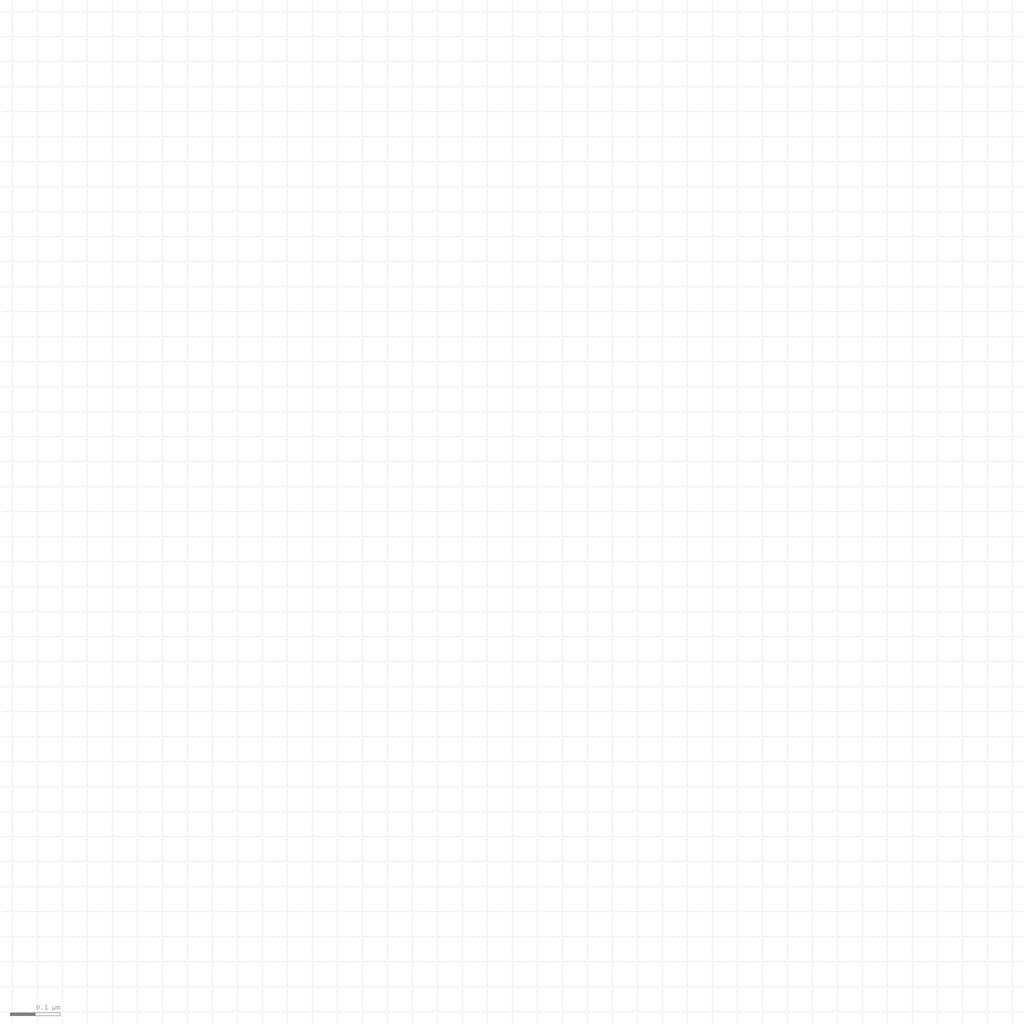
<source format=lef>
VERSION 5.6 ;
BUSBITCHARS "[]" ;
DIVIDERCHAR "/" ;

PROPERTYDEFINITIONS
  LAYER contactResistance REAL ;
END PROPERTYDEFINITIONS

UNITS
  DATABASE MICRONS 1000 ;
END UNITS
MANUFACTURINGGRID 0.0025 ;
LAYER poly
  TYPE MASTERSLICE ;
END poly

LAYER contact
  TYPE CUT ;
  SPACING 0.075 ;
  PROPERTY contactResistance 10.5 ;
END contact

LAYER metal1
  TYPE ROUTING ;
  DIRECTION HORIZONTAL ;
  PITCH 0.19 0.19 ;
  WIDTH 0.065 ;
  SPACING 0.065 ;
  RESISTANCE RPERSQ 0.38 ;
END metal1

LAYER via1
  TYPE CUT ;
  SPACING 0.075 ;
  WIDTH 0.065 ;
  PROPERTY contactResistance 5.69 ;
END via1

LAYER metal2
  TYPE ROUTING ;
  DIRECTION VERTICAL ;
  PITCH 0.19 0.19 ;
  WIDTH 0.07 ;
  SPACING 0.075 ;
  RESISTANCE RPERSQ 0.25 ;
END metal2

LAYER via2
  TYPE CUT ;
  SPACING 0.085 ;
  WIDTH 0.07 ;
  PROPERTY contactResistance 11.39 ;
END via2

LAYER metal3
  TYPE ROUTING ;
  DIRECTION HORIZONTAL ;
  PITCH 0.19 0.19 ;
  WIDTH 0.07 ;
  SPACING 0.07 ;
  RESISTANCE RPERSQ 0.25 ;
END metal3

LAYER via3
  TYPE CUT ;
  SPACING 0.085 ;
  WIDTH 0.07 ;
  PROPERTY contactResistance 16.73 ;
END via3

LAYER metal4
  TYPE ROUTING ;
  DIRECTION VERTICAL ;
  PITCH 0.285 0.285 ;
  WIDTH 0.14 ;
  SPACING 0.14 ;
  RESISTANCE RPERSQ 0.25 ;
END metal4

LAYER via4
  TYPE CUT ;
  SPACING 0.16 ;
  WIDTH 0.14 ;
  PROPERTY contactResistance 21.44 ;
END via4

LAYER metal5
  TYPE ROUTING ;
  DIRECTION HORIZONTAL ;
  PITCH 0.285 0.285 ;
  WIDTH 0.14 ;
  SPACING 0.14 ;
  RESISTANCE RPERSQ 0.25 ;
END metal5

LAYER via5
  TYPE CUT ;
  SPACING 0.16 ;
  WIDTH 0.14 ;
  PROPERTY contactResistance 24.08 ;
END via5

LAYER metal6
  TYPE ROUTING ;
  DIRECTION VERTICAL ;
  PITCH 0.285 0.285 ;
  WIDTH 0.14 ;
  SPACING 0.14 ;
  RESISTANCE RPERSQ 0.25 ;
END metal6

LAYER via6
  TYPE CUT ;
  SPACING 0.16 ;
  WIDTH 0.14 ;
  PROPERTY contactResistance 11.39 ;
END via6

LAYER metal7
  TYPE ROUTING ;
  DIRECTION HORIZONTAL ;
  PITCH 0.855 0.855 ;
  WIDTH 0.4 ;
  SPACING 0.44 ;
  RESISTANCE RPERSQ 0.25 ;
END metal7

LAYER via7
  TYPE CUT ;
  SPACING 0.44 ;
  WIDTH 0.4 ;
  PROPERTY contactResistance 5.69 ;
END via7

LAYER metal8
  TYPE ROUTING ;
  DIRECTION VERTICAL ;
  PITCH 0.855 0.855 ;
  WIDTH 0.4 ;
  SPACING 0.44 ;
  RESISTANCE RPERSQ 0.25 ;
END metal8

LAYER via8
  TYPE CUT ;
  SPACING 0.44 ;
  WIDTH 0.4 ;
  PROPERTY contactResistance 16.73 ;
END via8

LAYER metal9
  TYPE ROUTING ;
  DIRECTION HORIZONTAL ;
  PITCH 1.71 1.71 ;
  WIDTH 0.8 ;
  SPACING 0.8 ;
  RESISTANCE RPERSQ 0.21 ;
END metal9

LAYER via9
  TYPE CUT ;
  SPACING 0.88 ;
  WIDTH 0.8 ;
  PROPERTY contactResistance 21.44 ;
END via9

LAYER metal10
  TYPE ROUTING ;
  DIRECTION VERTICAL ;
  PITCH 1.71 1.71 ;
  WIDTH 0.4 ;
  SPACING 0.8 ;
  RESISTANCE RPERSQ 0.21 ;
END metal10

LAYER OVERLAP
  TYPE OVERLAP ;
END OVERLAP

VIA M2_M1_via DEFAULT
  LAYER metal1 ;
    RECT -0.0675 -0.0325 0.0675 0.0325 ;
  LAYER via1 ;
    RECT -0.0325 -0.0325 0.0325 0.0325 ;
  LAYER metal2 ;
    RECT -0.035 -0.0675 0.035 0.0675 ;
END M2_M1_via

VIA M3_M2_via DEFAULT
  LAYER metal2 ;
    RECT -0.035 -0.07 0.035 0.07 ;
  LAYER via2 ;
    RECT -0.035 -0.035 0.035 0.035 ;
  LAYER metal3 ;
    RECT -0.07 -0.035 0.07 0.035 ;
END M3_M2_via

VIA M4_M3_via DEFAULT
  LAYER metal3 ;
    RECT -0.07 -0.035 0.07 0.035 ;
  LAYER via3 ;
    RECT -0.035 -0.035 0.035 0.035 ;
  LAYER metal4 ;
    RECT -0.07 -0.07 0.07 0.07 ;
END M4_M3_via

VIA M5_M4_via DEFAULT
  LAYER metal4 ;
    RECT -0.07 -0.07 0.07 0.07 ;
  LAYER via4 ;
    RECT -0.07 -0.07 0.07 0.07 ;
  LAYER metal5 ;
    RECT -0.07 -0.07 0.07 0.07 ;
END M5_M4_via

VIA M6_M5_via DEFAULT
  LAYER metal5 ;
    RECT -0.07 -0.07 0.07 0.07 ;
  LAYER via5 ;
    RECT -0.07 -0.07 0.07 0.07 ;
  LAYER metal6 ;
    RECT -0.07 -0.07 0.07 0.07 ;
END M6_M5_via

VIA M7_M6_via DEFAULT
  LAYER metal6 ;
    RECT -0.07 -0.07 0.07 0.07 ;
  LAYER via6 ;
    RECT -0.07 -0.07 0.07 0.07 ;
  LAYER metal7 ;
    RECT -0.2 -0.2 0.2 0.2 ;
END M7_M6_via

VIA M8_M7_via DEFAULT
  LAYER metal7 ;
    RECT -0.2 -0.2 0.2 0.2 ;
  LAYER via7 ;
    RECT -0.2 -0.2 0.2 0.2 ;
  LAYER metal8 ;
    RECT -0.2 -0.2 0.2 0.2 ;
END M8_M7_via

VIA M9_M8_via DEFAULT
  LAYER metal8 ;
    RECT -0.2 -0.2 0.2 0.2 ;
  LAYER via8 ;
    RECT -0.2 -0.2 0.2 0.2 ;
  LAYER metal9 ;
    RECT -0.4 -0.4 0.4 0.4 ;
END M9_M8_via

VIA M10_M9_via DEFAULT
  LAYER metal9 ;
    RECT -0.4 -0.4 0.4 0.4 ;
  LAYER via9 ;
    RECT -0.4 -0.4 0.4 0.4 ;
  LAYER metal10 ;
    RECT -0.4 -0.4 0.4 0.4 ;
END M10_M9_via

VIA M2_M1_viaB DEFAULT
  LAYER metal1 ;
    RECT -0.0675 -0.0325 0.0675 0.0325 ;
  LAYER via1 ;
    RECT -0.0325 -0.0325 0.0325 0.0325 ;
  LAYER metal2 ;
    RECT -0.0675 -0.035 0.0675 0.035 ;
END M2_M1_viaB

VIA M2_M1_viaC DEFAULT
  LAYER metal1 ;
    RECT -0.0325 -0.0675 0.0325 0.0675 ;
  LAYER via1 ;
    RECT -0.0325 -0.0325 0.0325 0.0325 ;
  LAYER metal2 ;
    RECT -0.035 -0.0675 0.035 0.0675 ;
END M2_M1_viaC

VIA M3_M2_viaB DEFAULT
  LAYER metal2 ;
    RECT -0.035 -0.07 0.035 0.07 ;
  LAYER via2 ;
    RECT -0.035 -0.035 0.035 0.035 ;
  LAYER metal3 ;
    RECT -0.035 -0.07 0.035 0.07 ;
END M3_M2_viaB

VIA M3_M2_viaC DEFAULT
  LAYER metal2 ;
    RECT -0.07 -0.035 0.07 0.035 ;
  LAYER via2 ;
    RECT -0.035 -0.035 0.035 0.035 ;
  LAYER metal3 ;
    RECT -0.07 -0.035 0.07 0.035 ;
END M3_M2_viaC

VIA M4_M3_viaB DEFAULT
  LAYER metal3 ;
    RECT -0.035 -0.07 0.035 0.07 ;
  LAYER via3 ;
    RECT -0.035 -0.035 0.035 0.035 ;
  LAYER metal4 ;
    RECT -0.07 -0.07 0.07 0.07 ;
END M4_M3_viaB

VIARULE M2_M1 GENERATE
  LAYER metal1 ;
    ENCLOSURE 0 0.035 ;
  LAYER metal2 ;
    ENCLOSURE 0 0.035 ;
  LAYER via1 ;
    RECT -0.0325 -0.0325 0.0325 0.0325 ;
    SPACING 0.14 BY 0.14 ;
END M2_M1

VIARULE M3_M2 GENERATE
  LAYER metal2 ;
    ENCLOSURE 0 0.035 ;
  LAYER metal3 ;
    ENCLOSURE 0 0.035 ;
  LAYER via2 ;
    RECT -0.035 -0.035 0.035 0.035 ;
    SPACING 0.155 BY 0.155 ;
END M3_M2

VIARULE M4_M3 GENERATE
  LAYER metal3 ;
    ENCLOSURE 0 0.035 ;
  LAYER metal4 ;
    ENCLOSURE 0 0 ;
  LAYER via3 ;
    RECT -0.035 -0.035 0.035 0.035 ;
    SPACING 0.155 BY 0.155 ;
END M4_M3

VIARULE M5_M4 GENERATE
  LAYER metal4 ;
    ENCLOSURE 0 0 ;
  LAYER metal5 ;
    ENCLOSURE 0 0 ;
  LAYER via4 ;
    RECT -0.07 -0.07 0.07 0.07 ;
    SPACING 0.3 BY 0.3 ;
END M5_M4

VIARULE M6_M5 GENERATE
  LAYER metal5 ;
    ENCLOSURE 0 0 ;
  LAYER metal6 ;
    ENCLOSURE 0 0 ;
  LAYER via5 ;
    RECT -0.07 -0.07 0.07 0.07 ;
    SPACING 0.3 BY 0.3 ;
END M6_M5

VIARULE M7_M6 GENERATE
  LAYER metal6 ;
    ENCLOSURE 0 0 ;
  LAYER metal7 ;
    ENCLOSURE 0.13 0.13 ;
  LAYER via6 ;
    RECT -0.07 -0.07 0.07 0.07 ;
    SPACING 0.3 BY 0.3 ;
END M7_M6

VIARULE M8_M7 GENERATE
  LAYER metal7 ;
    ENCLOSURE 0 0 ;
  LAYER metal8 ;
    ENCLOSURE 0 0 ;
  LAYER via7 ;
    RECT -0.2 -0.2 0.2 0.2 ;
    SPACING 0.8 BY 0.8 ;
END M8_M7

VIARULE M9_M8 GENERATE
  LAYER metal8 ;
    ENCLOSURE 0 0 ;
  LAYER metal9 ;
    ENCLOSURE 0.2 0.2 ;
  LAYER via8 ;
    RECT -0.2 -0.2 0.2 0.2 ;
    SPACING 0.8 BY 0.8 ;
END M9_M8

VIARULE M10_M9 GENERATE
  LAYER metal9 ;
    ENCLOSURE 0 0 ;
  LAYER metal10 ;
    ENCLOSURE 0 0 ;
  LAYER via9 ;
    RECT -0.4 -0.4 0.4 0.4 ;
    SPACING 1.6 BY 1.6 ;
END M10_M9

VIARULE M1_POLY GENERATE
  LAYER poly ;
    ENCLOSURE 0 0 ;
  LAYER metal1 ;
    ENCLOSURE 0 0.035 ;
  LAYER contact ;
    RECT -0.0325 -0.0325 0.0325 0.0325 ;
    SPACING 0.14 BY 0.14 ;
END M1_POLY

SPACING
  SAMENET metal1 metal1 0.065 ;
  SAMENET metal10 metal10 0.8 ;
  SAMENET metal2 metal2 0.07 ;
  SAMENET metal3 metal3 0.07 ;
  SAMENET metal4 metal4 0.14 ;
  SAMENET metal5 metal5 0.14 ;
  SAMENET metal6 metal6 0.14 ;
  SAMENET metal7 metal7 0.44 ;
  SAMENET metal8 metal8 0.44 ;
  SAMENET metal9 metal9 0.8 ;
END SPACING

MACRO cam_48_6_3_3
END cam_48_6_3_3

END LIBRARY

</source>
